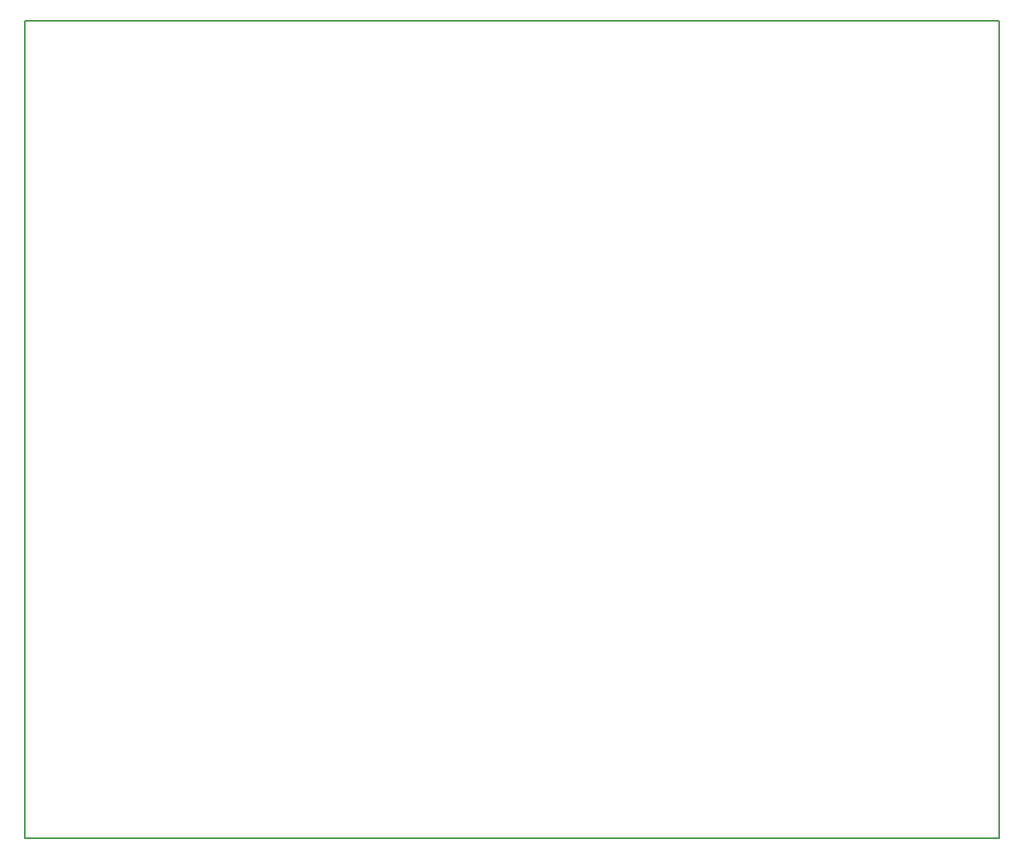
<source format=gbo>
G04 #@! TF.FileFunction,Legend,Bot*
%FSLAX46Y46*%
G04 Gerber Fmt 4.6, Leading zero omitted, Abs format (unit mm)*
G04 Created by KiCad (PCBNEW 4.0.7) date 02/25/18 11:04:24*
%MOMM*%
%LPD*%
G01*
G04 APERTURE LIST*
%ADD10C,0.100000*%
%ADD11C,0.150000*%
G04 APERTURE END LIST*
D10*
D11*
X30000000Y-116500000D02*
X30000000Y-30000000D01*
X133000000Y-116500000D02*
X30000000Y-116500000D01*
X133000000Y-30000000D02*
X133000000Y-116500000D01*
X30000000Y-30000000D02*
X133000000Y-30000000D01*
M02*

</source>
